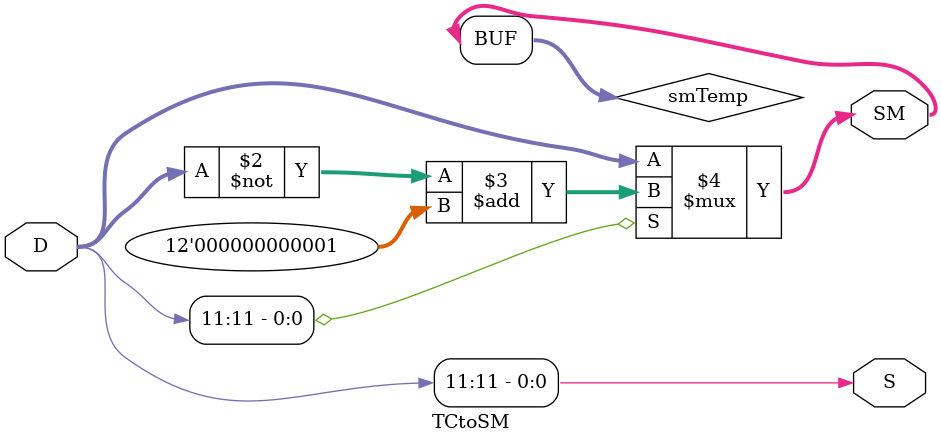
<source format=v>
`timescale 1ns / 1ps
module TCtoSM(
    input [11:0] D,
    output S,
    output [11:0] SM
    );

	reg [11:0] smTemp;
	
	always @*
		smTemp = D[11] ? (~D + 12'b1) : D;

	assign S = D[11];
	assign SM = smTemp;

endmodule

</source>
